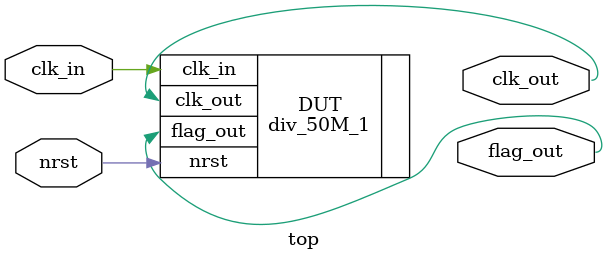
<source format=sv>
module top (
	input logic clk_in, nrst,
	output logic clk_out, flag_out
);

div_50M_1 #(.FREG_INPUT(8), 
				.FREG_OUTPUT(1)) 
		  DUT(.clk_in(clk_in),
				.nrst(nrst),
				.clk_out(clk_out),
				.flag_out(flag_out));
endmodule

</source>
